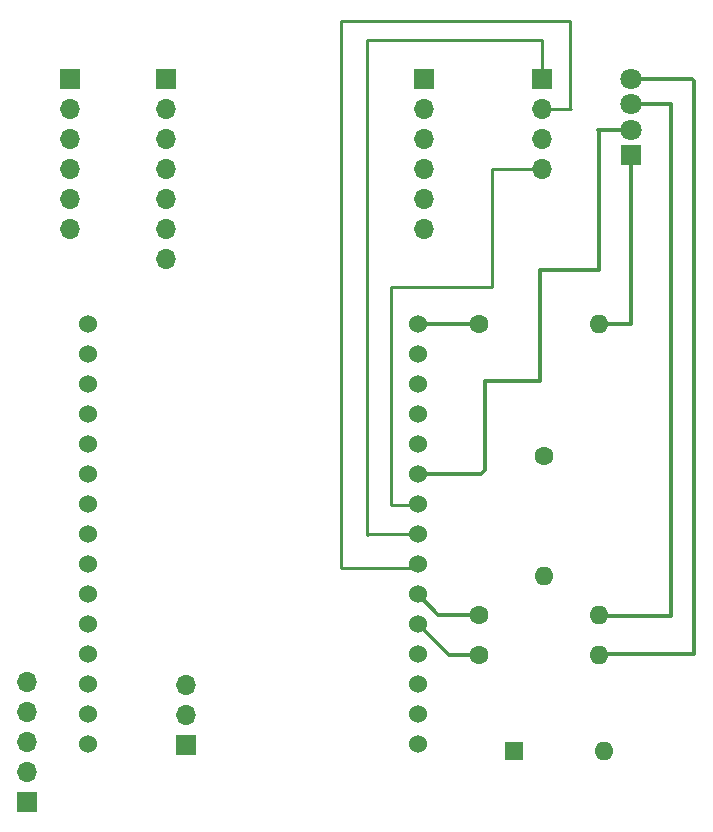
<source format=gbr>
%TF.GenerationSoftware,KiCad,Pcbnew,(5.1.10)-1*%
%TF.CreationDate,2021-10-11T23:46:52-05:00*%
%TF.ProjectId,co2_project,636f325f-7072-46f6-9a65-63742e6b6963,rev?*%
%TF.SameCoordinates,Original*%
%TF.FileFunction,Copper,L1,Top*%
%TF.FilePolarity,Positive*%
%FSLAX46Y46*%
G04 Gerber Fmt 4.6, Leading zero omitted, Abs format (unit mm)*
G04 Created by KiCad (PCBNEW (5.1.10)-1) date 2021-10-11 23:46:52*
%MOMM*%
%LPD*%
G01*
G04 APERTURE LIST*
%TA.AperFunction,ComponentPad*%
%ADD10O,1.700000X1.700000*%
%TD*%
%TA.AperFunction,ComponentPad*%
%ADD11R,1.700000X1.700000*%
%TD*%
%TA.AperFunction,ComponentPad*%
%ADD12R,1.800000X1.800000*%
%TD*%
%TA.AperFunction,ComponentPad*%
%ADD13C,1.800000*%
%TD*%
%TA.AperFunction,ComponentPad*%
%ADD14C,1.600000*%
%TD*%
%TA.AperFunction,ComponentPad*%
%ADD15O,1.600000X1.600000*%
%TD*%
%TA.AperFunction,ComponentPad*%
%ADD16R,1.600000X1.600000*%
%TD*%
%TA.AperFunction,ComponentPad*%
%ADD17C,1.524000*%
%TD*%
%TA.AperFunction,Conductor*%
%ADD18C,0.333000*%
%TD*%
%TA.AperFunction,Conductor*%
%ADD19C,0.250000*%
%TD*%
G04 APERTURE END LIST*
D10*
%TO.P,S8LP,6*%
%TO.N,N/C*%
X141100000Y-82050000D03*
%TO.P,S8LP,5*%
X141100000Y-79510000D03*
%TO.P,S8LP,4*%
X141100000Y-76970000D03*
%TO.P,S8LP,3*%
%TO.N,Net-(U2-Pad29)*%
X141100000Y-74430000D03*
%TO.P,S8LP,2*%
%TO.N,Net-(U2-Pad28)*%
X141100000Y-71890000D03*
D11*
%TO.P,S8LP,1*%
%TO.N,N/C*%
X141100000Y-69350000D03*
%TD*%
D10*
%TO.P,Sen0220/scd30,7*%
%TO.N,N/C*%
X119300000Y-84540000D03*
%TO.P,Sen0220/scd30,6*%
X119300000Y-82000000D03*
%TO.P,Sen0220/scd30,5*%
X119300000Y-79460000D03*
%TO.P,Sen0220/scd30,4*%
%TO.N,Net-(U2-Pad28)*%
X119300000Y-76920000D03*
%TO.P,Sen0220/scd30,3*%
%TO.N,Net-(U2-Pad29)*%
X119300000Y-74380000D03*
%TO.P,Sen0220/scd30,2*%
%TO.N,Net-(J1-Pad5)*%
X119300000Y-71840000D03*
D11*
%TO.P,Sen0220/scd30,1*%
%TO.N,Net-(J1-Pad1)*%
X119300000Y-69300000D03*
%TD*%
D10*
%TO.P,S8LP,6*%
%TO.N,N/C*%
X111100000Y-82000000D03*
%TO.P,S8LP,5*%
X111100000Y-79460000D03*
%TO.P,S8LP,4*%
X111100000Y-76920000D03*
%TO.P,S8LP,3*%
X111100000Y-74380000D03*
%TO.P,S8LP,2*%
%TO.N,Net-(J1-Pad5)*%
X111100000Y-71840000D03*
D11*
%TO.P,S8LP,1*%
%TO.N,Net-(J1-Pad1)*%
X111100000Y-69300000D03*
%TD*%
D10*
%TO.P,5V,5*%
%TO.N,Net-(J1-Pad5)*%
X107500000Y-120390000D03*
%TO.P,5V,4*%
%TO.N,Net-(J1-Pad4)*%
X107500000Y-122930000D03*
%TO.P,5V,3*%
%TO.N,Net-(J1-Pad3)*%
X107500000Y-125470000D03*
%TO.P,5V,2*%
%TO.N,Net-(J1-Pad2)*%
X107500000Y-128010000D03*
D11*
%TO.P,5V,1*%
%TO.N,Net-(J1-Pad1)*%
X107500000Y-130550000D03*
%TD*%
D12*
%TO.P,Led_RGB,1*%
%TO.N,Net-(D1-Pad1)*%
X158600000Y-75800000D03*
D13*
%TO.P,Led_RGB,2*%
%TO.N,Net-(D1-Pad2)*%
X158600000Y-73641000D03*
%TO.P,Led_RGB,3*%
%TO.N,Net-(D1-Pad3)*%
X158600000Y-71482000D03*
%TO.P,Led_RGB,4*%
%TO.N,Net-(D1-Pad4)*%
X158600000Y-69323000D03*
%TD*%
D14*
%TO.P,R1,1*%
%TO.N,Net-(R1-Pad1)*%
X145800000Y-118100000D03*
D15*
%TO.P,R1,2*%
%TO.N,Net-(D1-Pad4)*%
X155960000Y-118100000D03*
%TD*%
%TO.P,R1,2*%
%TO.N,Net-(D1-Pad3)*%
X155960000Y-114700000D03*
D14*
%TO.P,R1,1*%
%TO.N,Net-(R2-Pad1)*%
X145800000Y-114700000D03*
%TD*%
%TO.P,R1,1*%
%TO.N,Net-(R3-Pad1)*%
X145800000Y-90100000D03*
D15*
%TO.P,R1,2*%
%TO.N,Net-(D1-Pad1)*%
X155960000Y-90100000D03*
%TD*%
%TO.P,R2,2*%
%TO.N,Net-(R4-Pad2)*%
X151250000Y-111410000D03*
D14*
%TO.P,R2,1*%
%TO.N,Net-(D1-Pad2)*%
X151250000Y-101250000D03*
%TD*%
D16*
%TO.P,Button,1*%
%TO.N,Net-(SW1-Pad1)*%
X148750000Y-126250000D03*
D15*
%TO.P,Button,2*%
%TO.N,Net-(R4-Pad2)*%
X156370000Y-126250000D03*
%TD*%
D11*
%TO.P,Buzzer,1*%
%TO.N,Net-(J1-Pad5)*%
X121000000Y-125700000D03*
D10*
%TO.P,Buzzer,2*%
%TO.N,Net-(J1-Pad1)*%
X121000000Y-123160000D03*
%TO.P,Buzzer,3*%
%TO.N,Net-(U1-Pad3)*%
X121000000Y-120620000D03*
%TD*%
D17*
%TO.P,ESP8266,1*%
%TO.N,Net-(U2-Pad1)*%
X112630000Y-90080000D03*
%TO.P,ESP8266,2*%
%TO.N,Net-(U2-Pad2)*%
X112630000Y-92620000D03*
%TO.P,ESP8266,3*%
%TO.N,Net-(U2-Pad3)*%
X112630000Y-95160000D03*
%TO.P,ESP8266,4*%
%TO.N,Net-(U2-Pad4)*%
X112630000Y-97700000D03*
%TO.P,ESP8266,5*%
%TO.N,Net-(U2-Pad5)*%
X112630000Y-100240000D03*
%TO.P,ESP8266,6*%
%TO.N,Net-(U2-Pad6)*%
X112630000Y-102780000D03*
%TO.P,ESP8266,7*%
%TO.N,Net-(U2-Pad7)*%
X112630000Y-105320000D03*
%TO.P,ESP8266,8*%
%TO.N,Net-(U2-Pad8)*%
X112630000Y-107860000D03*
%TO.P,ESP8266,9*%
%TO.N,Net-(U2-Pad9)*%
X112630000Y-110400000D03*
%TO.P,ESP8266,10*%
%TO.N,Net-(U2-Pad10)*%
X112630000Y-112940000D03*
%TO.P,ESP8266,11*%
%TO.N,Net-(U2-Pad11)*%
X112630000Y-115480000D03*
%TO.P,ESP8266,12*%
%TO.N,Net-(U2-Pad12)*%
X112630000Y-118020000D03*
%TO.P,ESP8266,13*%
%TO.N,Net-(U2-Pad13)*%
X112630000Y-120560000D03*
%TO.P,ESP8266,14*%
%TO.N,Net-(J1-Pad5)*%
X112630000Y-123100000D03*
%TO.P,ESP8266,15*%
%TO.N,Net-(J1-Pad1)*%
X112630000Y-125640000D03*
%TO.P,ESP8266,16*%
%TO.N,Net-(U2-Pad16)*%
X140570000Y-125640000D03*
%TO.P,ESP8266,17*%
%TO.N,Net-(U2-Pad17)*%
X140570000Y-123100000D03*
%TO.P,ESP8266,18*%
%TO.N,Net-(U2-Pad18)*%
X140570000Y-120560000D03*
%TO.P,ESP8266,19*%
%TO.N,Net-(U2-Pad19)*%
X140570000Y-118020000D03*
%TO.P,ESP8266,20*%
%TO.N,Net-(R1-Pad1)*%
X140570000Y-115480000D03*
%TO.P,ESP8266,21*%
%TO.N,Net-(R2-Pad1)*%
X140570000Y-112940000D03*
%TO.P,ESP8266,22*%
%TO.N,Net-(U2-Pad22)*%
X140570000Y-110400000D03*
%TO.P,ESP8266,23*%
%TO.N,Net-(U2-Pad23)*%
X140570000Y-107860000D03*
%TO.P,ESP8266,24*%
%TO.N,Net-(SW1-Pad1)*%
X140570000Y-105320000D03*
%TO.P,ESP8266,25*%
%TO.N,Net-(D1-Pad2)*%
X140570000Y-102780000D03*
%TO.P,ESP8266,26*%
%TO.N,Net-(U1-Pad3)*%
X140570000Y-100240000D03*
%TO.P,ESP8266,27*%
%TO.N,Net-(R4-Pad2)*%
X140570000Y-97700000D03*
%TO.P,ESP8266,28*%
%TO.N,Net-(U2-Pad28)*%
X140570000Y-95160000D03*
%TO.P,ESP8266,29*%
%TO.N,Net-(U2-Pad29)*%
X140570000Y-92620000D03*
%TO.P,ESP8266,30*%
%TO.N,Net-(R3-Pad1)*%
X140570000Y-90080000D03*
%TD*%
D11*
%TO.P,Display,1*%
%TO.N,Net-(U2-Pad23)*%
X151100000Y-69300000D03*
D10*
%TO.P,Display,2*%
%TO.N,Net-(U2-Pad22)*%
X151100000Y-71840000D03*
%TO.P,Display,3*%
%TO.N,Net-(J1-Pad1)*%
X151100000Y-74380000D03*
%TO.P,Display,4*%
%TO.N,Net-(SW1-Pad1)*%
X151100000Y-76920000D03*
%TD*%
D18*
%TO.N,Net-(D1-Pad1)*%
X158600000Y-75800000D02*
X158600000Y-90100000D01*
X158600000Y-90100000D02*
X155960000Y-90100000D01*
%TO.N,Net-(D1-Pad2)*%
X158299298Y-73641000D02*
X158140298Y-73800000D01*
X158600000Y-73641000D02*
X158299298Y-73641000D01*
X158600000Y-73641000D02*
X155859000Y-73641000D01*
X155859000Y-73641000D02*
X155900000Y-73682000D01*
X155900000Y-73682000D02*
X155900000Y-85500000D01*
X155900000Y-85500000D02*
X150900000Y-85500000D01*
X150900000Y-85500000D02*
X150900000Y-94900000D01*
X150900000Y-94900000D02*
X146300000Y-94900000D01*
X146300000Y-94900000D02*
X146300000Y-102400000D01*
X145920000Y-102780000D02*
X140570000Y-102780000D01*
X146300000Y-102400000D02*
X145920000Y-102780000D01*
%TO.N,Net-(D1-Pad3)*%
X158600000Y-71482000D02*
X161982000Y-71482000D01*
X161982000Y-71482000D02*
X162000000Y-71500000D01*
X162000000Y-71500000D02*
X162000000Y-114750000D01*
X156010000Y-114750000D02*
X155960000Y-114700000D01*
X162000000Y-114750000D02*
X156010000Y-114750000D01*
%TO.N,Net-(D1-Pad4)*%
X158600000Y-69323000D02*
X163823000Y-69323000D01*
X163823000Y-69323000D02*
X164000000Y-69500000D01*
X164000000Y-69500000D02*
X164000000Y-118000000D01*
X156060000Y-118000000D02*
X155960000Y-118100000D01*
X164000000Y-118000000D02*
X156060000Y-118000000D01*
%TO.N,Net-(R1-Pad1)*%
X143190000Y-118100000D02*
X140570000Y-115480000D01*
X145800000Y-118100000D02*
X143190000Y-118100000D01*
%TO.N,Net-(R2-Pad1)*%
X142330000Y-114700000D02*
X140570000Y-112940000D01*
X145800000Y-114700000D02*
X142330000Y-114700000D01*
%TO.N,Net-(R3-Pad1)*%
X140590000Y-90100000D02*
X140570000Y-90080000D01*
X145800000Y-90100000D02*
X140590000Y-90100000D01*
D19*
%TO.N,Net-(SW1-Pad1)*%
X151100000Y-76920000D02*
X146920000Y-76920000D01*
X146920000Y-76920000D02*
X146900000Y-76940000D01*
X146900000Y-76940000D02*
X146900000Y-86900000D01*
X146900000Y-86900000D02*
X138300000Y-86900000D01*
X138300000Y-86900000D02*
X138300000Y-105400000D01*
X140490000Y-105400000D02*
X140570000Y-105320000D01*
X138300000Y-105400000D02*
X140490000Y-105400000D01*
%TO.N,Net-(U2-Pad22)*%
X140270000Y-110700000D02*
X140570000Y-110400000D01*
X134100000Y-64400000D02*
X134100000Y-110700000D01*
X153500000Y-64400000D02*
X134100000Y-64400000D01*
X153500000Y-71800000D02*
X153500000Y-64400000D01*
X153540000Y-71840000D02*
X153500000Y-71800000D01*
X134100000Y-110700000D02*
X140270000Y-110700000D01*
X151100000Y-71840000D02*
X153540000Y-71840000D01*
%TO.N,Net-(U2-Pad23)*%
X136340000Y-107860000D02*
X140570000Y-107860000D01*
X136300000Y-107900000D02*
X136340000Y-107860000D01*
X136300000Y-66000000D02*
X136300000Y-107900000D01*
X151100000Y-66000000D02*
X136300000Y-66000000D01*
X151100000Y-69300000D02*
X151100000Y-66000000D01*
%TD*%
M02*

</source>
